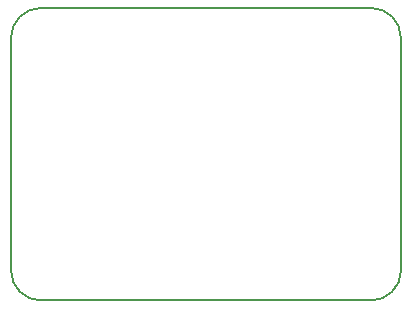
<source format=gbr>
G04 #@! TF.GenerationSoftware,KiCad,Pcbnew,(5.0.0-3-g5ebb6b6)*
G04 #@! TF.CreationDate,2018-11-04T21:38:41-05:00*
G04 #@! TF.ProjectId,555_Timer,3535355F54696D65722E6B696361645F,rev?*
G04 #@! TF.SameCoordinates,Original*
G04 #@! TF.FileFunction,Profile,NP*
%FSLAX46Y46*%
G04 Gerber Fmt 4.6, Leading zero omitted, Abs format (unit mm)*
G04 Created by KiCad (PCBNEW (5.0.0-3-g5ebb6b6)) date Sunday, November 04, 2018 at 09:38:41 PM*
%MOMM*%
%LPD*%
G01*
G04 APERTURE LIST*
%ADD10C,0.150000*%
%ADD11C,0.200000*%
G04 APERTURE END LIST*
D10*
X97155000Y-41910000D02*
X97155000Y-61595000D01*
X127635000Y-64135000D02*
X99695000Y-64135000D01*
X130175000Y-41910000D02*
X130175000Y-61595000D01*
X99695000Y-39370000D02*
X127635000Y-39370000D01*
D11*
X97155000Y-41910000D02*
G75*
G02X99695000Y-39370000I2540000J0D01*
G01*
X99695000Y-64135000D02*
G75*
G02X97155000Y-61595000I0J2540000D01*
G01*
X130175000Y-61595000D02*
G75*
G02X127635000Y-64135000I-2540000J0D01*
G01*
X127635000Y-39370000D02*
G75*
G02X130175000Y-41910000I0J-2540000D01*
G01*
M02*

</source>
